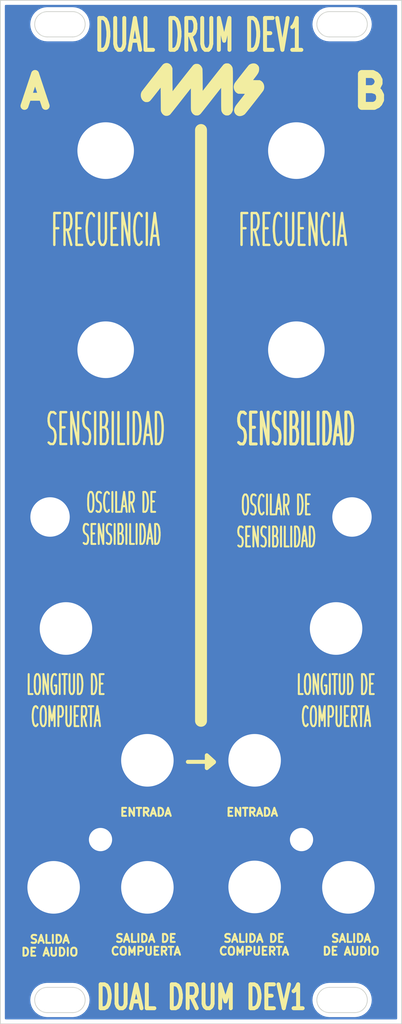
<source format=kicad_pcb>
(kicad_pcb (version 20171130) (host pcbnew "(5.1.4-0-10_14)")

  (general
    (thickness 1.6)
    (drawings 31)
    (tracks 0)
    (zones 0)
    (modules 21)
    (nets 2)
  )

  (page A4)
  (layers
    (0 F.Cu signal)
    (31 B.Cu signal)
    (32 B.Adhes user)
    (33 F.Adhes user)
    (34 B.Paste user)
    (35 F.Paste user)
    (36 B.SilkS user hide)
    (37 F.SilkS user)
    (38 B.Mask user)
    (39 F.Mask user)
    (40 Dwgs.User user)
    (41 Cmts.User user hide)
    (42 Eco1.User user)
    (43 Eco2.User user)
    (44 Edge.Cuts user)
    (45 Margin user)
    (46 B.CrtYd user)
    (47 F.CrtYd user)
    (48 B.Fab user)
    (49 F.Fab user)
  )

  (setup
    (last_trace_width 0.25)
    (trace_clearance 0.2)
    (zone_clearance 0.508)
    (zone_45_only no)
    (trace_min 0.2)
    (via_size 0.8)
    (via_drill 0.4)
    (via_min_size 0.4)
    (via_min_drill 0.3)
    (uvia_size 0.3)
    (uvia_drill 0.1)
    (uvias_allowed no)
    (uvia_min_size 0.2)
    (uvia_min_drill 0.1)
    (edge_width 0.1)
    (segment_width 0.2)
    (pcb_text_width 0.3)
    (pcb_text_size 1.5 1.5)
    (mod_edge_width 0.15)
    (mod_text_size 1 1)
    (mod_text_width 0.15)
    (pad_size 7.874 7.874)
    (pad_drill 7.112)
    (pad_to_mask_clearance 0)
    (aux_axis_origin -1.25 9.64)
    (visible_elements FFFFEF7F)
    (pcbplotparams
      (layerselection 0x010a0_ffffffff)
      (usegerberextensions false)
      (usegerberattributes false)
      (usegerberadvancedattributes false)
      (creategerberjobfile false)
      (excludeedgelayer true)
      (linewidth 0.100000)
      (plotframeref false)
      (viasonmask false)
      (mode 1)
      (useauxorigin true)
      (hpglpennumber 1)
      (hpglpenspeed 20)
      (hpglpendiameter 15.000000)
      (psnegative false)
      (psa4output false)
      (plotreference false)
      (plotvalue false)
      (plotinvisibletext false)
      (padsonsilk false)
      (subtractmaskfromsilk true)
      (outputformat 1)
      (mirror false)
      (drillshape 0)
      (scaleselection 1)
      (outputdirectory "fp-gbr/"))
  )

  (net 0 "")
  (net 1 GND)

  (net_class Default "This is the default net class."
    (clearance 0.2)
    (trace_width 0.25)
    (via_dia 0.8)
    (via_drill 0.4)
    (uvia_dia 0.3)
    (uvia_drill 0.1)
    (add_net GND)
  )

  (module 4ms_Symbol:4msLogo_15.5x6.6mm (layer F.Cu) (tedit 0) (tstamp 5D6815F6)
    (at 24.18588 -107.71124)
    (fp_text reference G*** (at 0 0) (layer F.SilkS) hide
      (effects (font (size 1.524 1.524) (thickness 0.3)))
    )
    (fp_text value LOGO (at 0.75 0) (layer F.SilkS) hide
      (effects (font (size 1.524 1.524) (thickness 0.3)))
    )
    (fp_poly (pts (xy -4.343443 -3.260407) (xy -4.200328 -3.201775) (xy -4.074909 -3.114514) (xy -3.967763 -2.999215)
      (xy -3.879462 -2.85647) (xy -3.823973 -2.726266) (xy -3.7846 -2.6162) (xy -3.776134 -1.17626)
      (xy -3.767667 0.26368) (xy -2.497667 -1.351762) (xy -2.335189 -1.558209) (xy -2.177649 -1.757945)
      (xy -2.026404 -1.949272) (xy -1.882813 -2.130489) (xy -1.748234 -2.299896) (xy -1.624024 -2.455794)
      (xy -1.511544 -2.596483) (xy -1.412149 -2.720263) (xy -1.327199 -2.825436) (xy -1.258053 -2.9103)
      (xy -1.206067 -2.973157) (xy -1.172601 -3.012307) (xy -1.160565 -3.025009) (xy -1.105732 -3.066064)
      (xy -1.038651 -3.108032) (xy -0.999698 -3.128908) (xy -0.952931 -3.150183) (xy -0.910544 -3.163729)
      (xy -0.862526 -3.171244) (xy -0.798868 -3.174429) (xy -0.728134 -3.175) (xy -0.643544 -3.174033)
      (xy -0.582519 -3.169991) (xy -0.534781 -3.161165) (xy -0.490055 -3.145846) (xy -0.452438 -3.129128)
      (xy -0.328185 -3.052898) (xy -0.216808 -2.948485) (xy -0.121925 -2.820284) (xy -0.047152 -2.672689)
      (xy -0.023196 -2.607733) (xy -0.017573 -2.588886) (xy -0.012637 -2.566968) (xy -0.008323 -2.539656)
      (xy -0.00457 -2.504631) (xy -0.001314 -2.459571) (xy 0.001508 -2.402155) (xy 0.00396 -2.330064)
      (xy 0.006105 -2.240975) (xy 0.008006 -2.132568) (xy 0.009726 -2.002522) (xy 0.011328 -1.848516)
      (xy 0.012876 -1.668229) (xy 0.014433 -1.459341) (xy 0.016061 -1.21953) (xy 0.016519 -1.149594)
      (xy 0.0254 0.215412) (xy 1.303867 -1.409768) (xy 1.466933 -1.616809) (xy 1.625087 -1.817126)
      (xy 1.77697 -2.009027) (xy 1.921229 -2.19082) (xy 2.056506 -2.360811) (xy 2.181447 -2.517309)
      (xy 2.294694 -2.65862) (xy 2.394893 -2.783051) (xy 2.480687 -2.888911) (xy 2.550722 -2.974507)
      (xy 2.603639 -3.038146) (xy 2.638085 -3.078135) (xy 2.65125 -3.091814) (xy 2.705991 -3.131007)
      (xy 2.774169 -3.171867) (xy 2.820583 -3.195707) (xy 2.872054 -3.218013) (xy 2.917852 -3.231912)
      (xy 2.968901 -3.239286) (xy 3.036125 -3.242017) (xy 3.090333 -3.242207) (xy 3.172555 -3.24092)
      (xy 3.231857 -3.236331) (xy 3.279159 -3.226443) (xy 3.325382 -3.209256) (xy 3.361267 -3.192623)
      (xy 3.467822 -3.126383) (xy 3.570094 -3.035897) (xy 3.659 -2.93044) (xy 3.724333 -2.821672)
      (xy 3.737902 -2.79342) (xy 3.750234 -2.767181) (xy 3.761385 -2.741293) (xy 3.77141 -2.714092)
      (xy 3.780367 -2.683915) (xy 3.78831 -2.649099) (xy 3.795297 -2.607981) (xy 3.801384 -2.558897)
      (xy 3.806627 -2.500184) (xy 3.811081 -2.43018) (xy 3.814804 -2.347222) (xy 3.81785 -2.249645)
      (xy 3.820278 -2.135787) (xy 3.822141 -2.003985) (xy 3.823498 -1.852575) (xy 3.824404 -1.679895)
      (xy 3.824915 -1.484282) (xy 3.825087 -1.264071) (xy 3.824977 -1.017601) (xy 3.82464 -0.743208)
      (xy 3.824134 -0.439228) (xy 3.823513 -0.103999) (xy 3.823127 0.103089) (xy 3.818467 2.633134)
      (xy 3.773516 2.756133) (xy 3.698463 2.919256) (xy 3.602166 3.056216) (xy 3.484813 3.166794)
      (xy 3.356055 3.246197) (xy 3.30701 3.268507) (xy 3.263155 3.282507) (xy 3.213893 3.29008)
      (xy 3.148623 3.293108) (xy 3.089455 3.29353) (xy 3.009643 3.292807) (xy 2.952265 3.289009)
      (xy 2.905895 3.279703) (xy 2.859107 3.262453) (xy 2.800475 3.234824) (xy 2.790216 3.229765)
      (xy 2.657587 3.146452) (xy 2.547979 3.038633) (xy 2.460342 2.905256) (xy 2.453596 2.892159)
      (xy 2.436256 2.857845) (xy 2.421049 2.826441) (xy 2.407833 2.795594) (xy 2.396468 2.762948)
      (xy 2.386813 2.726147) (xy 2.378728 2.682835) (xy 2.372073 2.630658) (xy 2.366705 2.567259)
      (xy 2.362485 2.490284) (xy 2.359271 2.397377) (xy 2.356924 2.286182) (xy 2.355303 2.154345)
      (xy 2.354266 1.999509) (xy 2.353673 1.819319) (xy 2.353383 1.61142) (xy 2.353256 1.373456)
      (xy 2.353198 1.211409) (xy 2.352663 -0.1778) (xy 2.312551 -0.132249) (xy 2.297016 -0.113193)
      (xy 2.261925 -0.06922) (xy 2.208635 -0.002049) (xy 2.138501 0.086598) (xy 2.052881 0.195001)
      (xy 1.95313 0.321439) (xy 1.840607 0.464191) (xy 1.716666 0.621538) (xy 1.582665 0.791757)
      (xy 1.439961 0.973129) (xy 1.289909 1.163933) (xy 1.133867 1.362448) (xy 1.057618 1.459484)
      (xy 0.898231 1.662173) (xy 0.74347 1.85864) (xy 0.594759 2.047097) (xy 0.453518 2.225757)
      (xy 0.321171 2.392832) (xy 0.199138 2.546534) (xy 0.088843 2.685075) (xy -0.008293 2.806668)
      (xy -0.090847 2.909525) (xy -0.157398 2.991858) (xy -0.206524 3.051879) (xy -0.236802 3.087801)
      (xy -0.243702 3.095424) (xy -0.320898 3.163405) (xy -0.409201 3.222868) (xy -0.439911 3.239357)
      (xy -0.493794 3.264617) (xy -0.538666 3.280533) (xy -0.585519 3.289236) (xy -0.645344 3.292857)
      (xy -0.719311 3.293533) (xy -0.800629 3.292615) (xy -0.85942 3.288413) (xy -0.907001 3.278756)
      (xy -0.954694 3.261475) (xy -1.004402 3.238874) (xy -1.131234 3.160625) (xy -1.242433 3.055407)
      (xy -1.334276 2.927957) (xy -1.403036 2.783011) (xy -1.429441 2.698423) (xy -1.4344 2.675872)
      (xy -1.438721 2.647736) (xy -1.442445 2.611707) (xy -1.445617 2.565477) (xy -1.448277 2.50674)
      (xy -1.450468 2.433188) (xy -1.452234 2.342512) (xy -1.453616 2.232405) (xy -1.454657 2.10056)
      (xy -1.4554 1.944669) (xy -1.455887 1.762424) (xy -1.45616 1.551519) (xy -1.456263 1.309644)
      (xy -1.456267 1.242541) (xy -1.456267 -0.109297) (xy -1.496086 -0.067348) (xy -1.511523 -0.048822)
      (xy -1.546525 -0.005347) (xy -1.599752 0.06138) (xy -1.669864 0.149663) (xy -1.755521 0.257805)
      (xy -1.855384 0.384111) (xy -1.968113 0.526882) (xy -2.092368 0.684424) (xy -2.22681 0.85504)
      (xy -2.370098 1.037033) (xy -2.520893 1.228707) (xy -2.677855 1.428366) (xy -2.776896 1.55442)
      (xy -2.937525 1.758637) (xy -3.093283 1.956142) (xy -3.242794 2.145213) (xy -3.384675 2.324127)
      (xy -3.51755 2.491163) (xy -3.640036 2.644597) (xy -3.750757 2.782708) (xy -3.848331 2.903772)
      (xy -3.931379 3.006069) (xy -3.998522 3.087875) (xy -4.048381 3.147467) (xy -4.079575 3.183125)
      (xy -4.088693 3.19226) (xy -4.202348 3.266554) (xy -4.330743 3.318537) (xy -4.465519 3.346289)
      (xy -4.598318 3.347892) (xy -4.69173 3.330739) (xy -4.828604 3.274615) (xy -4.95198 3.188894)
      (xy -5.059477 3.075968) (xy -5.148712 2.93823) (xy -5.203558 2.816563) (xy -5.210088 2.79886)
      (xy -5.215821 2.781051) (xy -5.220824 2.76089) (xy -5.225161 2.736131) (xy -5.2289 2.70453)
      (xy -5.232104 2.663841) (xy -5.234842 2.611819) (xy -5.237177 2.546219) (xy -5.239176 2.464795)
      (xy -5.240904 2.365303) (xy -5.242428 2.245496) (xy -5.243813 2.103129) (xy -5.245124 1.935959)
      (xy -5.246428 1.741738) (xy -5.247791 1.518221) (xy -5.249277 1.263165) (xy -5.249333 1.253423)
      (xy -5.2578 -0.210953) (xy -5.90356 0.609957) (xy -6.060616 0.808957) (xy -6.197814 0.981382)
      (xy -6.315592 1.127766) (xy -6.414391 1.248642) (xy -6.494652 1.344545) (xy -6.556816 1.416007)
      (xy -6.601321 1.463562) (xy -6.627097 1.486692) (xy -6.719247 1.54718) (xy -6.801832 1.586188)
      (xy -6.887478 1.60782) (xy -6.988814 1.616177) (xy -7.027333 1.61672) (xy -7.106908 1.615853)
      (xy -7.164739 1.611179) (xy -7.212919 1.600317) (xy -7.263541 1.580886) (xy -7.304145 1.56222)
      (xy -7.433161 1.483139) (xy -7.54293 1.379726) (xy -7.63223 1.256322) (xy -7.699836 1.117268)
      (xy -7.744526 0.966906) (xy -7.765075 0.809577) (xy -7.760259 0.649622) (xy -7.728856 0.491382)
      (xy -7.66964 0.339198) (xy -7.656195 0.313267) (xy -7.639688 0.288744) (xy -7.603719 0.239684)
      (xy -7.54986 0.168089) (xy -7.479684 0.075965) (xy -7.394762 -0.034685) (xy -7.296667 -0.161855)
      (xy -7.186971 -0.303543) (xy -7.067246 -0.457742) (xy -6.939064 -0.62245) (xy -6.803997 -0.795661)
      (xy -6.663619 -0.975372) (xy -6.5195 -1.159577) (xy -6.373213 -1.346274) (xy -6.22633 -1.533456)
      (xy -6.080424 -1.719121) (xy -5.937066 -1.901264) (xy -5.797829 -2.07788) (xy -5.664286 -2.246965)
      (xy -5.538007 -2.406514) (xy -5.420566 -2.554525) (xy -5.313534 -2.688991) (xy -5.218484 -2.807909)
      (xy -5.136989 -2.909275) (xy -5.070619 -2.991083) (xy -5.020948 -3.051331) (xy -4.989547 -3.088013)
      (xy -4.981512 -3.096577) (xy -4.871251 -3.18207) (xy -4.744186 -3.242717) (xy -4.607425 -3.276694)
      (xy -4.468077 -3.282176) (xy -4.343443 -3.260407)) (layer F.SilkS) (width 0.01))
    (fp_poly (pts (xy 6.542923 -3.23321) (xy 6.677896 -3.198424) (xy 6.805911 -3.134274) (xy 6.920764 -3.045251)
      (xy 7.01625 -2.935849) (xy 7.065657 -2.854645) (xy 7.091087 -2.80129) (xy 7.107501 -2.753591)
      (xy 7.117345 -2.700367) (xy 7.123071 -2.630437) (xy 7.12529 -2.582333) (xy 7.125901 -2.466572)
      (xy 7.116828 -2.358959) (xy 7.096251 -2.255419) (xy 7.062345 -2.15188) (xy 7.01329 -2.044268)
      (xy 6.947262 -1.928509) (xy 6.86244 -1.80053) (xy 6.757 -1.656258) (xy 6.648038 -1.515533)
      (xy 6.57361 -1.4208) (xy 6.506583 -1.334706) (xy 6.449691 -1.26083) (xy 6.405672 -1.202751)
      (xy 6.377262 -1.164046) (xy 6.367196 -1.148306) (xy 6.383296 -1.14491) (xy 6.428711 -1.141478)
      (xy 6.49889 -1.138194) (xy 6.589284 -1.135241) (xy 6.695341 -1.132804) (xy 6.786469 -1.131373)
      (xy 7.206005 -1.126066) (xy 7.316918 -1.071425) (xy 7.443763 -0.990781) (xy 7.551735 -0.885731)
      (xy 7.639538 -0.760817) (xy 7.705878 -0.620579) (xy 7.74946 -0.469558) (xy 7.76899 -0.312295)
      (xy 7.763173 -0.153332) (xy 7.730715 0.002792) (xy 7.670322 0.151534) (xy 7.667232 0.157405)
      (xy 7.647708 0.18773) (xy 7.60905 0.241902) (xy 7.552941 0.317784) (xy 7.481062 0.413239)
      (xy 7.395094 0.52613) (xy 7.296721 0.654321) (xy 7.187622 0.795673) (xy 7.069481 0.948051)
      (xy 6.943979 1.109316) (xy 6.812797 1.277333) (xy 6.677618 1.449965) (xy 6.540122 1.625074)
      (xy 6.401992 1.800523) (xy 6.26491 1.974176) (xy 6.130557 2.143895) (xy 6.000615 2.307544)
      (xy 5.876765 2.462986) (xy 5.76069 2.608083) (xy 5.654071 2.740699) (xy 5.55859 2.858697)
      (xy 5.475928 2.959939) (xy 5.407767 3.042289) (xy 5.35579 3.103611) (xy 5.321677 3.141766)
      (xy 5.309369 3.153517) (xy 5.153029 3.251921) (xy 4.992954 3.323261) (xy 4.833337 3.366319)
      (xy 4.678376 3.379875) (xy 4.566081 3.369656) (xy 4.434989 3.330189) (xy 4.310111 3.261845)
      (xy 4.197894 3.169616) (xy 4.104783 3.058489) (xy 4.055573 2.974476) (xy 4.002664 2.831934)
      (xy 3.982203 2.684911) (xy 3.994248 2.532194) (xy 4.038854 2.372574) (xy 4.08945 2.256154)
      (xy 4.109061 2.216628) (xy 4.127229 2.181125) (xy 4.14576 2.14718) (xy 4.166459 2.112327)
      (xy 4.191131 2.074102) (xy 4.221582 2.030039) (xy 4.259617 1.977673) (xy 4.307042 1.914539)
      (xy 4.365661 1.838172) (xy 4.43728 1.746107) (xy 4.523704 1.635878) (xy 4.626739 1.505021)
      (xy 4.74819 1.35107) (xy 4.804833 1.279301) (xy 4.908141 1.148105) (xy 5.004785 1.024787)
      (xy 5.092776 0.911923) (xy 5.170129 0.812091) (xy 5.234855 0.727868) (xy 5.284968 0.661829)
      (xy 5.31848 0.616553) (xy 5.333405 0.594615) (xy 5.334 0.593113) (xy 5.317693 0.588287)
      (xy 5.271276 0.58372) (xy 5.198507 0.579599) (xy 5.103142 0.576111) (xy 4.988938 0.573441)
      (xy 4.914466 0.572328) (xy 4.494931 0.567267) (xy 4.384017 0.512625) (xy 4.257708 0.432109)
      (xy 4.148544 0.325794) (xy 4.059005 0.198411) (xy 3.991571 0.054688) (xy 3.948721 -0.100645)
      (xy 3.932936 -0.262861) (xy 3.935735 -0.342214) (xy 3.957831 -0.492503) (xy 3.997857 -0.631551)
      (xy 4.05296 -0.749818) (xy 4.062321 -0.765133) (xy 4.082337 -0.793519) (xy 4.120973 -0.845321)
      (xy 4.176304 -0.91809) (xy 4.246407 -1.009376) (xy 4.329357 -1.116731) (xy 4.423231 -1.237705)
      (xy 4.526104 -1.36985) (xy 4.636052 -1.510716) (xy 4.75115 -1.657854) (xy 4.869476 -1.808815)
      (xy 4.989104 -1.96115) (xy 5.108111 -2.11241) (xy 5.224572 -2.260145) (xy 5.336564 -2.401908)
      (xy 5.442161 -2.535247) (xy 5.539441 -2.657715) (xy 5.626478 -2.766863) (xy 5.70135 -2.86024)
      (xy 5.76213 -2.935399) (xy 5.806897 -2.98989) (xy 5.833724 -3.021263) (xy 5.839656 -3.027385)
      (xy 5.957987 -3.109931) (xy 6.097212 -3.174458) (xy 6.248006 -3.218238) (xy 6.401045 -3.238542)
      (xy 6.542923 -3.23321)) (layer F.SilkS) (width 0.01))
  )

  (module Faceplate_Hole_Jack_3.5mm locked (layer F.Cu) (tedit 5A7E50AF) (tstamp 5D65B9C6)
    (at 5.45 -7.5)
    (fp_text reference REF** (at 0.41 4.84) (layer F.Fab) hide
      (effects (font (size 1 1) (thickness 0.15)))
    )
    (fp_text value GND (at 0.27 6.16) (layer F.Fab) hide
      (effects (font (size 1 1) (thickness 0.15)))
    )
    (fp_line (start 0 -0.508) (end 0 0.508) (layer F.Fab) (width 0.15))
    (fp_line (start -0.508 0) (end 0.508 0) (layer F.Fab) (width 0.15))
    (pad 1 thru_hole circle (at 0 0) (size 7.62 7.62) (drill 6.604) (layers *.Cu *.Mask)
      (net 1 GND))
  )

  (module Faceplate_Hole_Jack_3.5mm locked (layer F.Cu) (tedit 5A7E50AF) (tstamp 5D65B9C0)
    (at 42.55 -7.5)
    (fp_text reference REF** (at 0.41 4.84) (layer F.Fab) hide
      (effects (font (size 1 1) (thickness 0.15)))
    )
    (fp_text value GND (at 0.27 6.16) (layer F.Fab) hide
      (effects (font (size 1 1) (thickness 0.15)))
    )
    (fp_line (start 0 -0.508) (end 0 0.508) (layer F.Fab) (width 0.15))
    (fp_line (start -0.508 0) (end 0.508 0) (layer F.Fab) (width 0.15))
    (pad 1 thru_hole circle (at 0 0) (size 7.62 7.62) (drill 6.604) (layers *.Cu *.Mask)
      (net 1 GND))
  )

  (module Faceplate_Hole_Pot_16mm (layer F.Cu) (tedit 5D681719) (tstamp 5D65B9BA)
    (at 12 -100)
    (fp_text reference REF** (at 0.254 2.286) (layer F.SilkS) hide
      (effects (font (size 1 1) (thickness 0.15)))
    )
    (fp_text value Faceplate_Hole_Pot_16mm (at 0.58 4.95) (layer F.Fab) hide
      (effects (font (size 1 1) (thickness 0.15)))
    )
    (fp_line (start -0.508 0) (end 0.508 0) (layer F.Fab) (width 0.15))
    (fp_line (start 0 -0.508) (end 0 0.508) (layer F.Fab) (width 0.15))
    (pad 1 thru_hole circle (at 0 0) (size 7.874 7.874) (drill 7.112) (layers *.Cu *.Mask)
      (net 1 GND))
  )

  (module Faceplate_Hole_Lightpipe_With_Mask_Opening (layer F.Cu) (tedit 5A7E4A65) (tstamp 5D65B9B6)
    (at 36.65 -13.5)
    (fp_text reference REF** (at 0.03 4.16) (layer F.Fab) hide
      (effects (font (size 1 1) (thickness 0.15)))
    )
    (fp_text value Faceplate_Hole_LightPipe_With_Mask_Opening (at -0.38 2.52) (layer F.Fab) hide
      (effects (font (size 1 1) (thickness 0.15)))
    )
    (pad 1 thru_hole circle (at 0 0) (size 3.175 3.175) (drill 2.921) (layers *.Cu *.Mask)
      (net 1 GND) (solder_mask_margin 0.1016))
  )

  (module Faceplate_Hole_Lightpipe_With_Mask_Opening (layer F.Cu) (tedit 5A7E4A65) (tstamp 5D65B9B2)
    (at 11.35 -13.5)
    (fp_text reference REF** (at 0.03 4.16) (layer F.Fab) hide
      (effects (font (size 1 1) (thickness 0.15)))
    )
    (fp_text value Faceplate_Hole_LightPipe_With_Mask_Opening (at -0.38 2.52) (layer F.Fab) hide
      (effects (font (size 1 1) (thickness 0.15)))
    )
    (pad 1 thru_hole circle (at 0 0) (size 3.175 3.175) (drill 2.921) (layers *.Cu *.Mask)
      (net 1 GND) (solder_mask_margin 0.1016))
  )

  (module Faceplate_Hole_Jack_3.5mm locked (layer F.Cu) (tedit 5A7E50AF) (tstamp 5D65B9AC)
    (at 17.25 -7.5)
    (fp_text reference REF** (at 0.41 4.84) (layer F.Fab) hide
      (effects (font (size 1 1) (thickness 0.15)))
    )
    (fp_text value GND (at 0.27 6.16) (layer F.Fab) hide
      (effects (font (size 1 1) (thickness 0.15)))
    )
    (fp_line (start 0 -0.508) (end 0 0.508) (layer F.Fab) (width 0.15))
    (fp_line (start -0.508 0) (end 0.508 0) (layer F.Fab) (width 0.15))
    (pad 1 thru_hole circle (at 0 0) (size 7.62 7.62) (drill 6.604) (layers *.Cu *.Mask)
      (net 1 GND))
  )

  (module Faceplate_Hole_Jack_3.5mm locked (layer F.Cu) (tedit 5A7E50AF) (tstamp 5D65B9A6)
    (at 30.75 -7.55)
    (fp_text reference REF** (at 0.41 4.84) (layer F.Fab) hide
      (effects (font (size 1 1) (thickness 0.15)))
    )
    (fp_text value GND (at 0.27 6.16) (layer F.Fab) hide
      (effects (font (size 1 1) (thickness 0.15)))
    )
    (fp_line (start 0 -0.508) (end 0 0.508) (layer F.Fab) (width 0.15))
    (fp_line (start -0.508 0) (end 0.508 0) (layer F.Fab) (width 0.15))
    (pad 1 thru_hole circle (at 0 0) (size 7.62 7.62) (drill 6.604) (layers *.Cu *.Mask)
      (net 1 GND))
  )

  (module Faceplate_Hole_Jack_3.5mm locked (layer F.Cu) (tedit 5A7E50AF) (tstamp 5D65B9A0)
    (at 17.25 -23.45)
    (fp_text reference REF** (at 0.41 4.84) (layer F.Fab) hide
      (effects (font (size 1 1) (thickness 0.15)))
    )
    (fp_text value GND (at 0.27 6.16) (layer F.Fab) hide
      (effects (font (size 1 1) (thickness 0.15)))
    )
    (fp_line (start 0 -0.508) (end 0 0.508) (layer F.Fab) (width 0.15))
    (fp_line (start -0.508 0) (end 0.508 0) (layer F.Fab) (width 0.15))
    (pad 1 thru_hole circle (at 0 0) (size 7.62 7.62) (drill 6.604) (layers *.Cu *.Mask)
      (net 1 GND))
  )

  (module Faceplate_Hole_Jack_3.5mm locked (layer F.Cu) (tedit 5A7E50AF) (tstamp 5D65B99A)
    (at 30.75 -23.45)
    (fp_text reference REF** (at 0.41 4.84) (layer F.Fab) hide
      (effects (font (size 1 1) (thickness 0.15)))
    )
    (fp_text value GND (at 0.27 6.16) (layer F.Fab) hide
      (effects (font (size 1 1) (thickness 0.15)))
    )
    (fp_line (start 0 -0.508) (end 0 0.508) (layer F.Fab) (width 0.15))
    (fp_line (start -0.508 0) (end 0.508 0) (layer F.Fab) (width 0.15))
    (pad 1 thru_hole circle (at 0 0) (size 7.62 7.62) (drill 6.604) (layers *.Cu *.Mask)
      (net 1 GND))
  )

  (module Faceplate_Hole_Pot_16mm (layer F.Cu) (tedit 5A7E457A) (tstamp 5D65B994)
    (at 12 -75)
    (fp_text reference REF** (at 0.254 2.286) (layer F.SilkS) hide
      (effects (font (size 1 1) (thickness 0.15)))
    )
    (fp_text value Faceplate_Hole_Pot_16mm (at 0.58 4.95) (layer F.Fab) hide
      (effects (font (size 1 1) (thickness 0.15)))
    )
    (fp_line (start -0.508 0) (end 0.508 0) (layer F.Fab) (width 0.15))
    (fp_line (start 0 -0.508) (end 0 0.508) (layer F.Fab) (width 0.15))
    (pad 1 thru_hole circle (at 0 0) (size 7.874 7.874) (drill 7.112) (layers *.Cu *.Mask)
      (net 1 GND))
  )

  (module Faceplate_Hole_Pot_9mm (layer F.Cu) (tedit 5A7E455A) (tstamp 5D65B98E)
    (at 7 -40)
    (fp_text reference REF** (at 0.254 2.286) (layer F.SilkS) hide
      (effects (font (size 1 1) (thickness 0.15)))
    )
    (fp_text value Faceplate_Hole_Pot_9mm (at 0.17 4.53) (layer F.Fab) hide
      (effects (font (size 1 1) (thickness 0.15)))
    )
    (fp_line (start -0.508 0) (end 0.508 0) (layer F.Fab) (width 0.15))
    (fp_line (start 0 -0.508) (end 0 0.508) (layer F.Fab) (width 0.15))
    (pad 1 thru_hole circle (at 0 0) (size 7.112 7.112) (drill 6.604) (layers *.Cu *.Mask)
      (net 1 GND))
  )

  (module Faceplate_Hole_Pot_16mm (layer F.Cu) (tedit 5A7E457A) (tstamp 5D65B988)
    (at 36 -100)
    (fp_text reference REF** (at 0.254 2.286) (layer F.SilkS) hide
      (effects (font (size 1 1) (thickness 0.15)))
    )
    (fp_text value Faceplate_Hole_Pot_16mm (at 0.58 4.95) (layer F.Fab) hide
      (effects (font (size 1 1) (thickness 0.15)))
    )
    (fp_line (start -0.508 0) (end 0.508 0) (layer F.Fab) (width 0.15))
    (fp_line (start 0 -0.508) (end 0 0.508) (layer F.Fab) (width 0.15))
    (pad 1 thru_hole circle (at 0 0) (size 7.874 7.874) (drill 7.112) (layers *.Cu *.Mask)
      (net 1 GND))
  )

  (module Faceplate_Hole_Pot_16mm (layer F.Cu) (tedit 5A7E457A) (tstamp 5D65B982)
    (at 36 -75)
    (fp_text reference REF** (at 0.254 2.286) (layer F.SilkS) hide
      (effects (font (size 1 1) (thickness 0.15)))
    )
    (fp_text value Faceplate_Hole_Pot_16mm (at 0.58 4.95) (layer F.Fab) hide
      (effects (font (size 1 1) (thickness 0.15)))
    )
    (fp_line (start -0.508 0) (end 0.508 0) (layer F.Fab) (width 0.15))
    (fp_line (start 0 -0.508) (end 0 0.508) (layer F.Fab) (width 0.15))
    (pad 1 thru_hole circle (at 0 0) (size 7.874 7.874) (drill 7.112) (layers *.Cu *.Mask)
      (net 1 GND))
  )

  (module Faceplate_Hole_Pot_9mm (layer F.Cu) (tedit 5A7E455A) (tstamp 5D65B97C)
    (at 41 -40)
    (fp_text reference REF** (at 0.254 2.286) (layer F.SilkS) hide
      (effects (font (size 1 1) (thickness 0.15)))
    )
    (fp_text value Faceplate_Hole_Pot_9mm (at 0.17 4.53) (layer F.Fab) hide
      (effects (font (size 1 1) (thickness 0.15)))
    )
    (fp_line (start -0.508 0) (end 0.508 0) (layer F.Fab) (width 0.15))
    (fp_line (start 0 -0.508) (end 0 0.508) (layer F.Fab) (width 0.15))
    (pad 1 thru_hole circle (at 0 0) (size 7.112 7.112) (drill 6.604) (layers *.Cu *.Mask)
      (net 1 GND))
  )

  (module Faceplate_Hole_SubMini_Toggle (layer F.Cu) (tedit 5A7E4B7B) (tstamp 5D65B976)
    (at 5 -54)
    (fp_text reference REF** (at 0.12 5.23) (layer F.Fab) hide
      (effects (font (size 1 1) (thickness 0.15)))
    )
    (fp_text value Faceplate_Hole_SubMini_Toggle (at 0.32 3.74) (layer F.Fab) hide
      (effects (font (size 1 1) (thickness 0.15)))
    )
    (fp_line (start -0.508 0) (end 0.508 0) (layer F.Fab) (width 0.15))
    (fp_line (start 0 -0.508) (end 0 0.508) (layer F.Fab) (width 0.15))
    (pad 1 thru_hole circle (at 0 0) (size 5.969 5.969) (drill 4.953) (layers *.Cu *.Mask)
      (net 1 GND))
  )

  (module Faceplate_Hole_SubMini_Toggle (layer F.Cu) (tedit 5A7E4B7B) (tstamp 5D65B970)
    (at 43 -54)
    (fp_text reference REF** (at 0.12 5.23) (layer F.Fab) hide
      (effects (font (size 1 1) (thickness 0.15)))
    )
    (fp_text value Faceplate_Hole_SubMini_Toggle (at 0.32 3.74) (layer F.Fab) hide
      (effects (font (size 1 1) (thickness 0.15)))
    )
    (fp_line (start -0.508 0) (end 0.508 0) (layer F.Fab) (width 0.15))
    (fp_line (start 0 -0.508) (end 0 0.508) (layer F.Fab) (width 0.15))
    (pad 1 thru_hole circle (at 0 0) (size 5.969 5.969) (drill 4.953) (layers *.Cu *.Mask)
      (net 1 GND))
  )

  (module Faceplate_Rail_Mount_Slot (layer F.Cu) (tedit 5A7E37F6) (tstamp 5D65B969)
    (at 41.757001 -115.8628)
    (fp_text reference REF** (at 0.13 4.37) (layer F.Fab) hide
      (effects (font (size 1 1) (thickness 0.15)))
    )
    (fp_text value Rail_mount_slot (at 0.381 2.54) (layer F.Fab) hide
      (effects (font (size 1 1) (thickness 0.15)))
    )
    (fp_line (start -1.5875 -1.5875) (end 1.5875 -1.5875) (layer Edge.Cuts) (width 0.1))
    (fp_arc (start -1.5875 0) (end -1.5875 1.5875) (angle 180) (layer Edge.Cuts) (width 0.1))
    (fp_arc (start 1.5875 0) (end 1.5875 -1.5875) (angle 180) (layer Edge.Cuts) (width 0.1))
    (fp_line (start -1.5875 1.5875) (end 1.5875 1.5875) (layer Edge.Cuts) (width 0.1))
  )

  (module Faceplate_Rail_Mount_Slot (layer F.Cu) (tedit 5A7E37F6) (tstamp 5D65B962)
    (at 6.243 -115.8628)
    (fp_text reference REF** (at 0.13 4.37) (layer F.Fab) hide
      (effects (font (size 1 1) (thickness 0.15)))
    )
    (fp_text value Rail_mount_slot (at 0.381 2.54) (layer F.Fab) hide
      (effects (font (size 1 1) (thickness 0.15)))
    )
    (fp_line (start -1.5875 -1.5875) (end 1.5875 -1.5875) (layer Edge.Cuts) (width 0.1))
    (fp_arc (start -1.5875 0) (end -1.5875 1.5875) (angle 180) (layer Edge.Cuts) (width 0.1))
    (fp_arc (start 1.5875 0) (end 1.5875 -1.5875) (angle 180) (layer Edge.Cuts) (width 0.1))
    (fp_line (start -1.5875 1.5875) (end 1.5875 1.5875) (layer Edge.Cuts) (width 0.1))
  )

  (module Faceplate_Rail_Mount_Slot (layer F.Cu) (tedit 5A7E37F6) (tstamp 5D65B95B)
    (at 41.757001 6.6428)
    (fp_text reference REF** (at 0.13 4.37) (layer F.Fab) hide
      (effects (font (size 1 1) (thickness 0.15)))
    )
    (fp_text value Rail_mount_slot (at 0.381 2.54) (layer F.Fab) hide
      (effects (font (size 1 1) (thickness 0.15)))
    )
    (fp_line (start -1.5875 -1.5875) (end 1.5875 -1.5875) (layer Edge.Cuts) (width 0.1))
    (fp_arc (start -1.5875 0) (end -1.5875 1.5875) (angle 180) (layer Edge.Cuts) (width 0.1))
    (fp_arc (start 1.5875 0) (end 1.5875 -1.5875) (angle 180) (layer Edge.Cuts) (width 0.1))
    (fp_line (start -1.5875 1.5875) (end 1.5875 1.5875) (layer Edge.Cuts) (width 0.1))
  )

  (module Faceplate_Rail_Mount_Slot (layer F.Cu) (tedit 5A7E37F6) (tstamp 5D65B954)
    (at 6.243 6.6428)
    (fp_text reference REF** (at 0.13 4.37) (layer F.Fab) hide
      (effects (font (size 1 1) (thickness 0.15)))
    )
    (fp_text value Rail_mount_slot (at 0.381 2.54) (layer F.Fab) hide
      (effects (font (size 1 1) (thickness 0.15)))
    )
    (fp_line (start -1.5875 -1.5875) (end 1.5875 -1.5875) (layer Edge.Cuts) (width 0.1))
    (fp_arc (start -1.5875 0) (end -1.5875 1.5875) (angle 180) (layer Edge.Cuts) (width 0.1))
    (fp_arc (start 1.5875 0) (end 1.5875 -1.5875) (angle 180) (layer Edge.Cuts) (width 0.1))
    (fp_line (start -1.5875 1.5875) (end 1.5875 1.5875) (layer Edge.Cuts) (width 0.1))
  )

  (gr_text B (at 45.29836 -107.4166) (layer F.SilkS) (tstamp 5D681947)
    (effects (font (size 4 4) (thickness 1)))
  )
  (gr_text A (at 3.11404 -107.4166) (layer F.SilkS)
    (effects (font (size 4 4) (thickness 1)))
  )
  (gr_line (start 24 -102.58552) (end 24 -28.41244) (layer F.SilkS) (width 1.5))
  (gr_line (start 24.72944 -24.04364) (end 24.72944 -22.51964) (layer F.SilkS) (width 0.5))
  (gr_line (start 25.63368 -23.2156) (end 24.72944 -22.47392) (layer F.SilkS) (width 0.5))
  (gr_line (start 25.63368 -23.26132) (end 24.72944 -24.08428) (layer F.SilkS) (width 0.5))
  (gr_line (start 22.34692 -23.25624) (end 25.59304 -23.26132) (layer F.SilkS) (width 0.5))
  (gr_text "DUAL DRUM DEV1" (at 24.03348 6.31444) (layer F.SilkS) (tstamp 5D6817D4)
    (effects (font (size 3 2) (thickness 0.5)))
  )
  (gr_text "DUAL DRUM DEV1" (at 23.86584 -114.4778) (layer F.SilkS)
    (effects (font (size 4 2) (thickness 0.5)))
  )
  (gr_text "SALIDA DE\nCOMPUERTA" (at 30.67812 -0.29464) (layer F.SilkS) (tstamp 5D68167B)
    (effects (font (size 1 1) (thickness 0.25)))
  )
  (gr_text "SALIDA\nDE AUDIO" (at 42.89044 -0.29464) (layer F.SilkS) (tstamp 5D68167A)
    (effects (font (size 1 1) (thickness 0.25)))
  )
  (gr_text "SALIDA DE\nCOMPUERTA" (at 17.0688 -0.29464) (layer F.SilkS) (tstamp 5D681634)
    (effects (font (size 1 1) (thickness 0.25)))
  )
  (gr_text "SALIDA\nDE AUDIO" (at 4.96824 -0.1778) (layer F.SilkS) (tstamp 5D681632)
    (effects (font (size 1 1) (thickness 0.25)))
  )
  (gr_text ENTRADA (at 30.44444 -16.93164) (layer F.SilkS) (tstamp 5D68162A)
    (effects (font (size 1 1) (thickness 0.25)))
  )
  (gr_text ENTRADA (at 17.0688 -16.93164) (layer F.SilkS)
    (effects (font (size 1 1) (thickness 0.25)))
  )
  (gr_text "LONGITUD DE\nCOMPUERTA" (at 7 -30.90164) (layer F.SilkS) (tstamp 5D681626)
    (effects (font (size 2.5 1) (thickness 0.25)))
  )
  (gr_text "LONGITUD DE\nCOMPUERTA" (at 41 -30.90164) (layer F.SilkS) (tstamp 5D681621)
    (effects (font (size 2.5 1) (thickness 0.25)))
  )
  (gr_text "OSCILAR DE\nSENSIBILIDAD" (at 33.47212 -53.45684) (layer F.SilkS) (tstamp 5D68161C)
    (effects (font (size 2.5 1) (thickness 0.25)))
  )
  (gr_text "OSCILAR DE\nSENSIBILIDAD" (at 14.01064 -53.77688) (layer F.SilkS) (tstamp 5D681612)
    (effects (font (size 2.5 1) (thickness 0.25)))
  )
  (gr_text SENSIBILIDAD (at 35.91052 -65) (layer F.SilkS) (tstamp 5D681609)
    (effects (font (size 4 1.5) (thickness 0.375)))
  )
  (gr_text SENSIBILIDAD (at 12 -65) (layer F.SilkS) (tstamp 5D681601)
    (effects (font (size 4 1.5) (thickness 0.3)))
  )
  (gr_text FRECUENCIA (at 35.56508 -90) (layer F.SilkS) (tstamp 5D6815F9)
    (effects (font (size 4 1.5) (thickness 0.3)))
  )
  (gr_text FRECUENCIA (at 12 -90) (layer F.SilkS)
    (effects (font (size 4 1.5) (thickness 0.3)))
  )
  (gr_line (start 49.25 -118.86) (end 49.25 9.64) (layer Edge.Cuts) (width 0.1))
  (gr_line (start -1.25 -118.86) (end -1.25 9.64) (layer Edge.Cuts) (width 0.1))
  (gr_line (start -1.25 -118.86) (end 49.25 -118.86) (layer Edge.Cuts) (width 0.1))
  (gr_line (start -1.25 9.64) (end 49.25 9.64) (layer Edge.Cuts) (width 0.1))
  (gr_line (start 0 0) (end 48 0) (layer Cmts.User) (width 0.1))
  (gr_line (start 48 0) (end 48 -109.22) (layer Cmts.User) (width 0.1))
  (gr_line (start 48 -109.22) (end 0 -109.22) (layer Cmts.User) (width 0.1))
  (gr_line (start 0 0) (end 0 -109.22) (layer Cmts.User) (width 0.1))

  (zone (net 1) (net_name GND) (layer B.Cu) (tstamp 5D681C0F) (hatch edge 0.508)
    (connect_pads yes (clearance 0.508))
    (min_thickness 0.254)
    (fill yes (arc_segments 32) (thermal_gap 0.508) (thermal_bridge_width 0.508))
    (polygon
      (pts
        (xy -0.896001 -118.506001) (xy -0.896001 9.286001) (xy 48.896001 9.286001) (xy 48.896001 -118.506001)
      )
    )
    (filled_polygon
      (pts
        (xy 48.565001 8.955) (xy -0.565 8.955) (xy -0.565 6.5918) (xy 2.385858 6.5918) (xy 2.386292 6.653883)
        (xy 2.385858 6.715965) (xy 2.386791 6.725484) (xy 2.419176 7.033612) (xy 2.431663 7.094442) (xy 2.443294 7.155415)
        (xy 2.446058 7.164571) (xy 2.537676 7.460541) (xy 2.561744 7.517795) (xy 2.584993 7.575339) (xy 2.589483 7.583784)
        (xy 2.736844 7.856322) (xy 2.771556 7.907785) (xy 2.805556 7.959742) (xy 2.811601 7.967154) (xy 3.009091 8.205879)
        (xy 3.053129 8.249611) (xy 3.096585 8.293986) (xy 3.103954 8.300082) (xy 3.344052 8.4959) (xy 3.395786 8.530271)
        (xy 3.446989 8.565331) (xy 3.455402 8.569881) (xy 3.728962 8.715336) (xy 3.786363 8.738995) (xy 3.843429 8.763453)
        (xy 3.852565 8.766281) (xy 4.149167 8.85583) (xy 4.210071 8.867889) (xy 4.270796 8.880797) (xy 4.280308 8.881797)
        (xy 4.588655 8.912031) (xy 4.588663 8.912031) (xy 4.621853 8.9153) (xy 7.864147 8.9153) (xy 7.898911 8.911876)
        (xy 7.919509 8.911876) (xy 7.929021 8.910876) (xy 8.236916 8.87634) (xy 8.297614 8.863438) (xy 8.358547 8.851373)
        (xy 8.367683 8.848545) (xy 8.663007 8.754863) (xy 8.720133 8.730379) (xy 8.77747 8.706746) (xy 8.785883 8.702198)
        (xy 9.057385 8.552939) (xy 9.108623 8.517856) (xy 9.160325 8.483505) (xy 9.167695 8.477408) (xy 9.405034 8.278257)
        (xy 9.448475 8.233896) (xy 9.492526 8.190151) (xy 9.498572 8.18274) (xy 9.69271 7.94128) (xy 9.726706 7.889328)
        (xy 9.761422 7.837859) (xy 9.765913 7.829414) (xy 9.909454 7.554845) (xy 9.932709 7.497287) (xy 9.956769 7.440049)
        (xy 9.959534 7.430893) (xy 10.047011 7.133672) (xy 10.058648 7.072669) (xy 10.071128 7.011869) (xy 10.072062 7.002351)
        (xy 10.100142 6.6938) (xy 10.099708 6.631718) (xy 10.099987 6.5918) (xy 37.899859 6.5918) (xy 37.900293 6.653883)
        (xy 37.899859 6.715965) (xy 37.900792 6.725484) (xy 37.933177 7.033612) (xy 37.945664 7.094442) (xy 37.957295 7.155415)
        (xy 37.960059 7.164571) (xy 38.051677 7.460541) (xy 38.075745 7.517795) (xy 38.098994 7.575339) (xy 38.103484 7.583784)
        (xy 38.250845 7.856322) (xy 38.285557 7.907785) (xy 38.319557 7.959742) (xy 38.325602 7.967154) (xy 38.523092 8.205879)
        (xy 38.56713 8.249611) (xy 38.610586 8.293986) (xy 38.617955 8.300082) (xy 38.858053 8.4959) (xy 38.909787 8.530271)
        (xy 38.96099 8.565331) (xy 38.969403 8.569881) (xy 39.242963 8.715336) (xy 39.300364 8.738995) (xy 39.35743 8.763453)
        (xy 39.366566 8.766281) (xy 39.663168 8.85583) (xy 39.724072 8.867889) (xy 39.784797 8.880797) (xy 39.794309 8.881797)
        (xy 40.102656 8.912031) (xy 40.102664 8.912031) (xy 40.135854 8.9153) (xy 43.378148 8.9153) (xy 43.412912 8.911876)
        (xy 43.43351 8.911876) (xy 43.443022 8.910876) (xy 43.750917 8.87634) (xy 43.811615 8.863438) (xy 43.872548 8.851373)
        (xy 43.881684 8.848545) (xy 44.177008 8.754863) (xy 44.234134 8.730379) (xy 44.291471 8.706746) (xy 44.299884 8.702198)
        (xy 44.571386 8.552939) (xy 44.622624 8.517856) (xy 44.674326 8.483505) (xy 44.681696 8.477408) (xy 44.919035 8.278257)
        (xy 44.962476 8.233896) (xy 45.006527 8.190151) (xy 45.012573 8.18274) (xy 45.206711 7.94128) (xy 45.240707 7.889328)
        (xy 45.275423 7.837859) (xy 45.279914 7.829414) (xy 45.423455 7.554845) (xy 45.44671 7.497287) (xy 45.47077 7.440049)
        (xy 45.473535 7.430893) (xy 45.561012 7.133672) (xy 45.572649 7.072669) (xy 45.585129 7.011869) (xy 45.586063 7.002351)
        (xy 45.614143 6.6938) (xy 45.613709 6.631717) (xy 45.614143 6.569635) (xy 45.61321 6.560116) (xy 45.580825 6.251988)
        (xy 45.568338 6.191158) (xy 45.556707 6.130185) (xy 45.553943 6.121029) (xy 45.462325 5.825059) (xy 45.438257 5.767805)
        (xy 45.415008 5.710261) (xy 45.410518 5.701816) (xy 45.263157 5.429278) (xy 45.228435 5.3778) (xy 45.194445 5.325858)
        (xy 45.1884 5.318446) (xy 44.99091 5.079721) (xy 44.946855 5.035972) (xy 44.903416 4.991614) (xy 44.896052 4.985523)
        (xy 44.896048 4.985519) (xy 44.896044 4.985516) (xy 44.655949 4.7897) (xy 44.604215 4.755329) (xy 44.553012 4.720269)
        (xy 44.544599 4.715719) (xy 44.271039 4.570264) (xy 44.213609 4.546593) (xy 44.156572 4.522147) (xy 44.14744 4.51932)
        (xy 44.147434 4.519318) (xy 43.850834 4.42977) (xy 43.78993 4.417711) (xy 43.729205 4.404803) (xy 43.719693 4.403803)
        (xy 43.411346 4.373569) (xy 43.411338 4.373569) (xy 43.378148 4.3703) (xy 40.135854 4.3703) (xy 40.10109 4.373724)
        (xy 40.080492 4.373724) (xy 40.07098 4.374724) (xy 39.763085 4.40926) (xy 39.702387 4.422162) (xy 39.641454 4.434227)
        (xy 39.632318 4.437055) (xy 39.336995 4.530737) (xy 39.279882 4.555216) (xy 39.222531 4.578854) (xy 39.214121 4.583401)
        (xy 39.214116 4.583403) (xy 39.214112 4.583406) (xy 38.942616 4.732661) (xy 38.891352 4.767762) (xy 38.839676 4.802096)
        (xy 38.832306 4.808192) (xy 38.594966 5.007344) (xy 38.551509 5.051721) (xy 38.507475 5.095449) (xy 38.50143 5.10286)
        (xy 38.307291 5.344319) (xy 38.273283 5.39629) (xy 38.238579 5.447741) (xy 38.234088 5.456186) (xy 38.090547 5.730755)
        (xy 38.067292 5.788313) (xy 38.043232 5.845551) (xy 38.040467 5.854707) (xy 37.95299 6.151927) (xy 37.94135 6.212944)
        (xy 37.928873 6.273731) (xy 37.927939 6.28325) (xy 37.899859 6.5918) (xy 10.099987 6.5918) (xy 10.100142 6.569635)
        (xy 10.099209 6.560116) (xy 10.066824 6.251988) (xy 10.054337 6.191158) (xy 10.042706 6.130185) (xy 10.039942 6.121029)
        (xy 9.948324 5.825059) (xy 9.924256 5.767805) (xy 9.901007 5.710261) (xy 9.896517 5.701816) (xy 9.749156 5.429278)
        (xy 9.714434 5.3778) (xy 9.680444 5.325858) (xy 9.674399 5.318446) (xy 9.476909 5.079721) (xy 9.432854 5.035972)
        (xy 9.389415 4.991614) (xy 9.382051 4.985523) (xy 9.382047 4.985519) (xy 9.382043 4.985516) (xy 9.141948 4.7897)
        (xy 9.090214 4.755329) (xy 9.039011 4.720269) (xy 9.030598 4.715719) (xy 8.757038 4.570264) (xy 8.699608 4.546593)
        (xy 8.642571 4.522147) (xy 8.633439 4.51932) (xy 8.633433 4.519318) (xy 8.336833 4.42977) (xy 8.275929 4.417711)
        (xy 8.215204 4.404803) (xy 8.205692 4.403803) (xy 7.897345 4.373569) (xy 7.897337 4.373569) (xy 7.864147 4.3703)
        (xy 4.621853 4.3703) (xy 4.587089 4.373724) (xy 4.566491 4.373724) (xy 4.556979 4.374724) (xy 4.249084 4.40926)
        (xy 4.188386 4.422162) (xy 4.127453 4.434227) (xy 4.118317 4.437055) (xy 3.822994 4.530737) (xy 3.765881 4.555216)
        (xy 3.70853 4.578854) (xy 3.70012 4.583401) (xy 3.700115 4.583403) (xy 3.700111 4.583406) (xy 3.428615 4.732661)
        (xy 3.377351 4.767762) (xy 3.325675 4.802096) (xy 3.318305 4.808192) (xy 3.080965 5.007344) (xy 3.037508 5.051721)
        (xy 2.993474 5.095449) (xy 2.987429 5.10286) (xy 2.79329 5.344319) (xy 2.759282 5.39629) (xy 2.724578 5.447741)
        (xy 2.720087 5.456186) (xy 2.576546 5.730755) (xy 2.553291 5.788313) (xy 2.529231 5.845551) (xy 2.526466 5.854707)
        (xy 2.438989 6.151927) (xy 2.427349 6.212944) (xy 2.414872 6.273731) (xy 2.413938 6.28325) (xy 2.385858 6.5918)
        (xy -0.565 6.5918) (xy -0.565 -115.9138) (xy 2.385858 -115.9138) (xy 2.386292 -115.851718) (xy 2.385858 -115.789635)
        (xy 2.386791 -115.780116) (xy 2.419176 -115.471988) (xy 2.431663 -115.411158) (xy 2.443294 -115.350185) (xy 2.446058 -115.341029)
        (xy 2.537676 -115.045059) (xy 2.561744 -114.987805) (xy 2.584993 -114.930261) (xy 2.589483 -114.921816) (xy 2.736844 -114.649278)
        (xy 2.771556 -114.597815) (xy 2.805556 -114.545858) (xy 2.811601 -114.538446) (xy 3.009091 -114.299721) (xy 3.053129 -114.255989)
        (xy 3.096585 -114.211614) (xy 3.103954 -114.205518) (xy 3.344052 -114.0097) (xy 3.395786 -113.975329) (xy 3.446989 -113.940269)
        (xy 3.455402 -113.935719) (xy 3.728962 -113.790264) (xy 3.786363 -113.766605) (xy 3.843429 -113.742147) (xy 3.852565 -113.739319)
        (xy 4.149167 -113.64977) (xy 4.210071 -113.637711) (xy 4.270796 -113.624803) (xy 4.280308 -113.623803) (xy 4.588655 -113.593569)
        (xy 4.588663 -113.593569) (xy 4.621853 -113.5903) (xy 7.864147 -113.5903) (xy 7.898911 -113.593724) (xy 7.919509 -113.593724)
        (xy 7.929021 -113.594724) (xy 8.236916 -113.62926) (xy 8.297614 -113.642162) (xy 8.358547 -113.654227) (xy 8.367683 -113.657055)
        (xy 8.663007 -113.750737) (xy 8.720133 -113.775221) (xy 8.77747 -113.798854) (xy 8.785883 -113.803402) (xy 9.057385 -113.952661)
        (xy 9.108623 -113.987744) (xy 9.160325 -114.022095) (xy 9.167695 -114.028192) (xy 9.405034 -114.227343) (xy 9.448475 -114.271704)
        (xy 9.492526 -114.315449) (xy 9.498572 -114.32286) (xy 9.69271 -114.56432) (xy 9.726706 -114.616272) (xy 9.761422 -114.667741)
        (xy 9.765913 -114.676186) (xy 9.909454 -114.950755) (xy 9.932709 -115.008313) (xy 9.956769 -115.065551) (xy 9.959534 -115.074707)
        (xy 10.047011 -115.371928) (xy 10.058648 -115.432931) (xy 10.071128 -115.493731) (xy 10.072062 -115.503249) (xy 10.100142 -115.8118)
        (xy 10.099708 -115.873883) (xy 10.099987 -115.9138) (xy 37.899859 -115.9138) (xy 37.900293 -115.851718) (xy 37.899859 -115.789635)
        (xy 37.900792 -115.780116) (xy 37.933177 -115.471988) (xy 37.945664 -115.411158) (xy 37.957295 -115.350185) (xy 37.960059 -115.341029)
        (xy 38.051677 -115.045059) (xy 38.075745 -114.987805) (xy 38.098994 -114.930261) (xy 38.103484 -114.921816) (xy 38.250845 -114.649278)
        (xy 38.285557 -114.597815) (xy 38.319557 -114.545858) (xy 38.325602 -114.538446) (xy 38.523092 -114.299721) (xy 38.56713 -114.255989)
        (xy 38.610586 -114.211614) (xy 38.617955 -114.205518) (xy 38.858053 -114.0097) (xy 38.909787 -113.975329) (xy 38.96099 -113.940269)
        (xy 38.969403 -113.935719) (xy 39.242963 -113.790264) (xy 39.300364 -113.766605) (xy 39.35743 -113.742147) (xy 39.366566 -113.739319)
        (xy 39.663168 -113.64977) (xy 39.724072 -113.637711) (xy 39.784797 -113.624803) (xy 39.794309 -113.623803) (xy 40.102656 -113.593569)
        (xy 40.102664 -113.593569) (xy 40.135854 -113.5903) (xy 43.378148 -113.5903) (xy 43.412912 -113.593724) (xy 43.43351 -113.593724)
        (xy 43.443022 -113.594724) (xy 43.750917 -113.62926) (xy 43.811615 -113.642162) (xy 43.872548 -113.654227) (xy 43.881684 -113.657055)
        (xy 44.177008 -113.750737) (xy 44.234134 -113.775221) (xy 44.291471 -113.798854) (xy 44.299884 -113.803402) (xy 44.571386 -113.952661)
        (xy 44.622624 -113.987744) (xy 44.674326 -114.022095) (xy 44.681696 -114.028192) (xy 44.919035 -114.227343) (xy 44.962476 -114.271704)
        (xy 45.006527 -114.315449) (xy 45.012573 -114.32286) (xy 45.206711 -114.56432) (xy 45.240707 -114.616272) (xy 45.275423 -114.667741)
        (xy 45.279914 -114.676186) (xy 45.423455 -114.950755) (xy 45.44671 -115.008313) (xy 45.47077 -115.065551) (xy 45.473535 -115.074707)
        (xy 45.561012 -115.371928) (xy 45.572649 -115.432931) (xy 45.585129 -115.493731) (xy 45.586063 -115.503249) (xy 45.614143 -115.8118)
        (xy 45.613709 -115.873883) (xy 45.614143 -115.935965) (xy 45.61321 -115.945484) (xy 45.580825 -116.253612) (xy 45.568338 -116.314442)
        (xy 45.556707 -116.375415) (xy 45.553943 -116.384571) (xy 45.462325 -116.680541) (xy 45.438257 -116.737795) (xy 45.415008 -116.795339)
        (xy 45.410518 -116.803784) (xy 45.263157 -117.076322) (xy 45.228435 -117.1278) (xy 45.194445 -117.179742) (xy 45.1884 -117.187154)
        (xy 44.99091 -117.425879) (xy 44.946855 -117.469628) (xy 44.903416 -117.513986) (xy 44.896052 -117.520077) (xy 44.896048 -117.520081)
        (xy 44.896044 -117.520084) (xy 44.655949 -117.7159) (xy 44.604215 -117.750271) (xy 44.553012 -117.785331) (xy 44.544599 -117.789881)
        (xy 44.271039 -117.935336) (xy 44.213609 -117.959007) (xy 44.156572 -117.983453) (xy 44.14744 -117.98628) (xy 44.147434 -117.986282)
        (xy 43.850834 -118.07583) (xy 43.78993 -118.087889) (xy 43.729205 -118.100797) (xy 43.719693 -118.101797) (xy 43.411346 -118.132031)
        (xy 43.411338 -118.132031) (xy 43.378148 -118.1353) (xy 40.135854 -118.1353) (xy 40.10109 -118.131876) (xy 40.080492 -118.131876)
        (xy 40.07098 -118.130876) (xy 39.763085 -118.09634) (xy 39.702387 -118.083438) (xy 39.641454 -118.071373) (xy 39.632318 -118.068545)
        (xy 39.336995 -117.974863) (xy 39.279882 -117.950384) (xy 39.222531 -117.926746) (xy 39.214121 -117.922199) (xy 39.214116 -117.922197)
        (xy 39.214112 -117.922194) (xy 38.942616 -117.772939) (xy 38.891352 -117.737838) (xy 38.839676 -117.703504) (xy 38.832306 -117.697408)
        (xy 38.594966 -117.498256) (xy 38.551509 -117.453879) (xy 38.507475 -117.410151) (xy 38.50143 -117.40274) (xy 38.307291 -117.161281)
        (xy 38.273283 -117.10931) (xy 38.238579 -117.057859) (xy 38.234088 -117.049414) (xy 38.090547 -116.774845) (xy 38.067292 -116.717287)
        (xy 38.043232 -116.660049) (xy 38.040467 -116.650893) (xy 37.95299 -116.353673) (xy 37.94135 -116.292656) (xy 37.928873 -116.231869)
        (xy 37.927939 -116.22235) (xy 37.899859 -115.9138) (xy 10.099987 -115.9138) (xy 10.100142 -115.935965) (xy 10.099209 -115.945484)
        (xy 10.066824 -116.253612) (xy 10.054337 -116.314442) (xy 10.042706 -116.375415) (xy 10.039942 -116.384571) (xy 9.948324 -116.680541)
        (xy 9.924256 -116.737795) (xy 9.901007 -116.795339) (xy 9.896517 -116.803784) (xy 9.749156 -117.076322) (xy 9.714434 -117.1278)
        (xy 9.680444 -117.179742) (xy 9.674399 -117.187154) (xy 9.476909 -117.425879) (xy 9.432854 -117.469628) (xy 9.389415 -117.513986)
        (xy 9.382051 -117.520077) (xy 9.382047 -117.520081) (xy 9.382043 -117.520084) (xy 9.141948 -117.7159) (xy 9.090214 -117.750271)
        (xy 9.039011 -117.785331) (xy 9.030598 -117.789881) (xy 8.757038 -117.935336) (xy 8.699608 -117.959007) (xy 8.642571 -117.983453)
        (xy 8.633439 -117.98628) (xy 8.633433 -117.986282) (xy 8.336833 -118.07583) (xy 8.275929 -118.087889) (xy 8.215204 -118.100797)
        (xy 8.205692 -118.101797) (xy 7.897345 -118.132031) (xy 7.897337 -118.132031) (xy 7.864147 -118.1353) (xy 4.621853 -118.1353)
        (xy 4.587089 -118.131876) (xy 4.566491 -118.131876) (xy 4.556979 -118.130876) (xy 4.249084 -118.09634) (xy 4.188386 -118.083438)
        (xy 4.127453 -118.071373) (xy 4.118317 -118.068545) (xy 3.822994 -117.974863) (xy 3.765881 -117.950384) (xy 3.70853 -117.926746)
        (xy 3.70012 -117.922199) (xy 3.700115 -117.922197) (xy 3.700111 -117.922194) (xy 3.428615 -117.772939) (xy 3.377351 -117.737838)
        (xy 3.325675 -117.703504) (xy 3.318305 -117.697408) (xy 3.080965 -117.498256) (xy 3.037508 -117.453879) (xy 2.993474 -117.410151)
        (xy 2.987429 -117.40274) (xy 2.79329 -117.161281) (xy 2.759282 -117.10931) (xy 2.724578 -117.057859) (xy 2.720087 -117.049414)
        (xy 2.576546 -116.774845) (xy 2.553291 -116.717287) (xy 2.529231 -116.660049) (xy 2.526466 -116.650893) (xy 2.438989 -116.353673)
        (xy 2.427349 -116.292656) (xy 2.414872 -116.231869) (xy 2.413938 -116.22235) (xy 2.385858 -115.9138) (xy -0.565 -115.9138)
        (xy -0.565 -118.175) (xy 48.565 -118.175)
      )
    )
  )
)

</source>
